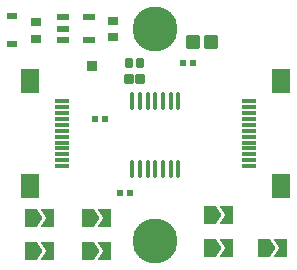
<source format=gbr>
%TF.GenerationSoftware,KiCad,Pcbnew,(6.0.7)*%
%TF.CreationDate,2025-07-27T15:57:52+08:00*%
%TF.ProjectId,Rotary_Encoder_AS5048A_V8,526f7461-7279-45f4-956e-636f6465725f,rev?*%
%TF.SameCoordinates,PXbebc200PY5f5e100*%
%TF.FileFunction,Soldermask,Top*%
%TF.FilePolarity,Negative*%
%FSLAX46Y46*%
G04 Gerber Fmt 4.6, Leading zero omitted, Abs format (unit mm)*
G04 Created by KiCad (PCBNEW (6.0.7)) date 2025-07-27 15:57:52*
%MOMM*%
%LPD*%
G01*
G04 APERTURE LIST*
G04 Aperture macros list*
%AMRoundRect*
0 Rectangle with rounded corners*
0 $1 Rounding radius*
0 $2 $3 $4 $5 $6 $7 $8 $9 X,Y pos of 4 corners*
0 Add a 4 corners polygon primitive as box body*
4,1,4,$2,$3,$4,$5,$6,$7,$8,$9,$2,$3,0*
0 Add four circle primitives for the rounded corners*
1,1,$1+$1,$2,$3*
1,1,$1+$1,$4,$5*
1,1,$1+$1,$6,$7*
1,1,$1+$1,$8,$9*
0 Add four rect primitives between the rounded corners*
20,1,$1+$1,$2,$3,$4,$5,0*
20,1,$1+$1,$4,$5,$6,$7,0*
20,1,$1+$1,$6,$7,$8,$9,0*
20,1,$1+$1,$8,$9,$2,$3,0*%
%AMFreePoly0*
4,1,6,0.500000,-0.750000,-0.650000,-0.750000,-0.150000,0.000000,-0.650000,0.750000,0.500000,0.750000,0.500000,-0.750000,0.500000,-0.750000,$1*%
%AMFreePoly1*
4,1,6,1.000000,0.000000,0.500000,-0.750000,-0.500000,-0.750000,-0.500000,0.750000,0.500000,0.750000,1.000000,0.000000,1.000000,0.000000,$1*%
G04 Aperture macros list end*
%ADD10R,1.000000X0.600000*%
%ADD11R,0.570000X0.540000*%
%ADD12RoundRect,0.102000X0.475000X0.475000X-0.475000X0.475000X-0.475000X-0.475000X0.475000X-0.475000X0*%
%ADD13FreePoly0,0.000000*%
%ADD14FreePoly1,0.000000*%
%ADD15R,0.830000X0.630000*%
%ADD16R,0.900000X0.800000*%
%ADD17C,3.800000*%
%ADD18R,0.850000X0.850000*%
%ADD19R,1.300000X0.300000*%
%ADD20R,1.600000X2.000000*%
%ADD21RoundRect,0.102000X0.300000X0.335000X-0.300000X0.335000X-0.300000X-0.335000X0.300000X-0.335000X0*%
%ADD22RoundRect,0.102000X0.270000X0.300000X-0.270000X0.300000X-0.270000X-0.300000X0.270000X-0.300000X0*%
%ADD23RoundRect,0.100000X0.100000X-0.637500X0.100000X0.637500X-0.100000X0.637500X-0.100000X-0.637500X0*%
G04 APERTURE END LIST*
D10*
%TO.C,U2*%
X-7780000Y8990000D03*
X-7780000Y8040000D03*
X-7780000Y9940000D03*
X-5580000Y8040000D03*
X-5580000Y9940000D03*
%TD*%
D11*
%TO.C,R1*%
X3200000Y6050000D03*
X2340000Y6050000D03*
%TD*%
D12*
%TO.C,LED1*%
X3190000Y7850000D03*
X4690000Y7850000D03*
%TD*%
D13*
%TO.C,JP7*%
X10670000Y-9600000D03*
D14*
X9220000Y-9600000D03*
%TD*%
D15*
%TO.C,D1*%
X-12140000Y10030000D03*
X-12140000Y7730000D03*
%TD*%
D16*
%TO.C,C4*%
X-3570000Y9660000D03*
X-3570000Y8260000D03*
%TD*%
%TO.C,C3*%
X-10110000Y8130000D03*
X-10110000Y9530000D03*
%TD*%
D17*
%TO.C,REF\u002A\u002A*%
X0Y9002500D03*
%TD*%
D11*
%TO.C,R2*%
X-4270000Y1300000D03*
X-5130000Y1300000D03*
%TD*%
D18*
%TO.C,J2*%
X-5400000Y5800000D03*
%TD*%
D17*
%TO.C,REF\u002A\u002A*%
X0Y-8997500D03*
%TD*%
D13*
%TO.C,JP3*%
X-4245000Y-9810000D03*
D14*
X-5695000Y-9810000D03*
%TD*%
%TO.C,JP1*%
X-10525000Y-9800000D03*
D13*
X-9075000Y-9800000D03*
%TD*%
D19*
%TO.C,FPC1*%
X-7942500Y2850000D03*
X-7942500Y2350000D03*
X-7942500Y1850000D03*
X-7942500Y1350000D03*
X-7942500Y850000D03*
X-7942500Y350000D03*
X-7942500Y-150000D03*
X-7942500Y-650000D03*
X-7942500Y-1150000D03*
X-7942500Y-1650000D03*
X-7942500Y-2150000D03*
X-7942500Y-2650000D03*
D20*
X-10622500Y4550000D03*
X-10622500Y-4350000D03*
%TD*%
D14*
%TO.C,JP2*%
X-10525000Y-7000000D03*
D13*
X-9075000Y-7000000D03*
%TD*%
D14*
%TO.C,JP6*%
X4635000Y-6770000D03*
D13*
X6085000Y-6770000D03*
%TD*%
D21*
%TO.C,C1*%
X-1323000Y4720000D03*
X-2197000Y4720000D03*
%TD*%
D22*
%TO.C,C2*%
X-1328000Y6060000D03*
X-2192000Y6060000D03*
%TD*%
D13*
%TO.C,JP4*%
X-4245000Y-7020000D03*
D14*
X-5695000Y-7020000D03*
%TD*%
%TO.C,JP5*%
X4625000Y-9600000D03*
D13*
X6075000Y-9600000D03*
%TD*%
D19*
%TO.C,FPC2*%
X7942500Y-2650000D03*
X7942500Y-2150000D03*
X7942500Y-1650000D03*
X7942500Y-1150000D03*
X7942500Y-650000D03*
X7942500Y-150000D03*
X7942500Y350000D03*
X7942500Y850000D03*
X7942500Y1350000D03*
X7942500Y1850000D03*
X7942500Y2350000D03*
X7942500Y2850000D03*
D20*
X10622500Y-4350000D03*
X10622500Y4550000D03*
%TD*%
D11*
%TO.C,R3*%
X-3010000Y-4910000D03*
X-2150000Y-4910000D03*
%TD*%
D23*
%TO.C,U1*%
X-1950000Y-2862500D03*
X-1300000Y-2862500D03*
X-650000Y-2862500D03*
X0Y-2862500D03*
X650000Y-2862500D03*
X1300000Y-2862500D03*
X1950000Y-2862500D03*
X1950000Y2862500D03*
X1300000Y2862500D03*
X650000Y2862500D03*
X0Y2862500D03*
X-650000Y2862500D03*
X-1300000Y2862500D03*
X-1950000Y2862500D03*
%TD*%
D17*
%TO.C,*%
X0Y9002500D03*
%TD*%
%TO.C,*%
X0Y-8997500D03*
%TD*%
M02*

</source>
